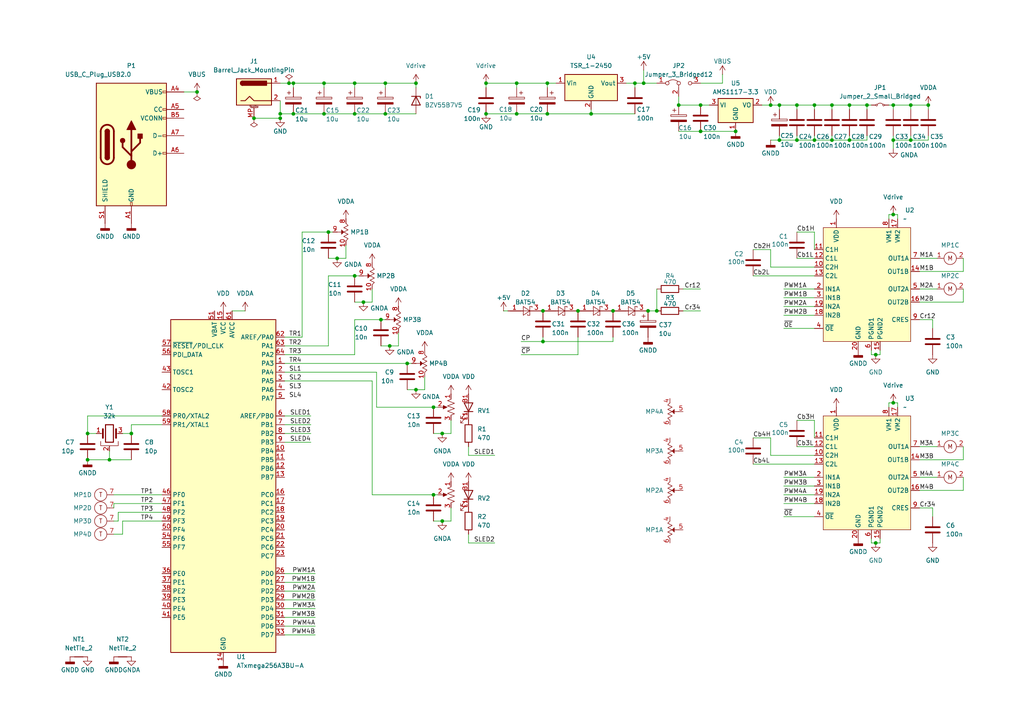
<source format=kicad_sch>
(kicad_sch (version 20250114) (generator "eeschema") (generator_version "9.0")
  (paper "A4")
  (junction (at 231.14 40.64))
  (junction (at 83.82 24.13))
  (junction (at 93.98 33.02))
  (junction (at 95.25 67.31))
  (junction (at 102.87 24.13))
  (junction (at 264.16 40.64))
  (junction (at 190.5 90.17))
  (junction (at 25.4 125.73))
  (junction (at 254 157.48))
  (junction (at 241.3 30.48))
  (junction (at 241.3 40.64))
  (junction (at 111.76 24.13))
  (junction (at 102.87 80.01))
  (junction (at 140.97 24.13))
  (junction (at 93.98 24.13))
  (junction (at 57.15 26.67))
  (junction (at 128.27 151.13))
  (junction (at 186.69 24.13))
  (junction (at 184.15 24.13))
  (junction (at 259.08 62.23))
  (junction (at 85.09 33.02))
  (junction (at 111.76 33.02))
  (junction (at 102.87 33.02))
  (junction (at 149.86 24.13))
  (junction (at 97.79 74.93))
  (junction (at 25.4 133.35))
  (junction (at 187.96 90.17))
  (junction (at 157.48 90.17))
  (junction (at 158.75 33.02))
  (junction (at 226.06 30.48))
  (junction (at 269.24 30.48))
  (junction (at 125.73 143.51))
  (junction (at 167.64 90.17))
  (junction (at 236.22 30.48))
  (junction (at 120.65 113.03))
  (junction (at 125.73 118.11))
  (junction (at 259.08 116.84))
  (junction (at 158.75 24.13))
  (junction (at 177.8 90.17))
  (junction (at 246.38 40.64))
  (junction (at 236.22 40.64))
  (junction (at 203.2 30.48))
  (junction (at 264.16 30.48))
  (junction (at 120.65 24.13))
  (junction (at 259.08 40.64))
  (junction (at 81.28 33.02))
  (junction (at 73.66 34.29))
  (junction (at 140.97 33.02))
  (junction (at 81.28 34.29))
  (junction (at 171.45 33.02))
  (junction (at 246.38 30.48))
  (junction (at 118.11 105.41))
  (junction (at 259.08 30.48))
  (junction (at 113.03 100.33))
  (junction (at 85.09 24.13))
  (junction (at 196.85 30.48))
  (junction (at 149.86 33.02))
  (junction (at 254 102.87))
  (junction (at 223.52 30.48))
  (junction (at 203.2 38.1))
  (junction (at 251.46 30.48))
  (junction (at 38.1 125.73))
  (junction (at 105.41 87.63))
  (junction (at 226.06 40.64))
  (junction (at 31.75 133.35))
  (junction (at 231.14 30.48))
  (junction (at 157.48 99.06))
  (junction (at 110.49 92.71))
  (junction (at 213.36 38.1))
  (junction (at 128.27 125.73))
  (wire (pts (xy 81.28 34.29) (xy 73.66 34.29)))
  (wire (pts (xy 123.19 113.03) (xy 123.19 109.22)))
  (wire (pts (xy 226.06 30.48) (xy 231.14 30.48)))
  (wire (pts (xy 226.06 40.64) (xy 231.14 40.64)))
  (wire (pts (xy 198.12 83.82) (xy 203.2 83.82)))
  (wire (pts (xy 149.86 33.02) (xy 158.75 33.02)))
  (wire (pts (xy 252.73 101.6) (xy 252.73 102.87)))
  (wire (pts (xy 218.44 72.39) (xy 223.52 72.39)))
  (wire (pts (xy 120.65 24.13) (xy 111.76 24.13)))
  (wire (pts (xy 85.09 33.02) (xy 93.98 33.02)))
  (wire (pts (xy 236.22 30.48) (xy 241.3 30.48)))
  (wire (pts (xy 203.2 30.48) (xy 205.74 30.48)))
  (wire (pts (xy 85.09 24.13) (xy 93.98 24.13)))
  (wire (pts (xy 130.81 151.13) (xy 130.81 147.32)))
  (wire (pts (xy 241.3 39.37) (xy 241.3 40.64)))
  (wire (pts (xy 231.14 74.93) (xy 236.22 74.93)))
  (wire (pts (xy 157.48 97.79) (xy 157.48 99.06)))
  (wire (pts (xy 266.7 92.71) (xy 270.51 92.71)))
  (wire (pts (xy 218.44 134.62) (xy 236.22 134.62)))
  (wire (pts (xy 90.17 123.19) (xy 82.55 123.19)))
  (wire (pts (xy 85.09 24.13) (xy 83.82 24.13)))
  (wire (pts (xy 186.69 20.32) (xy 186.69 24.13)))
  (wire (pts (xy 227.33 83.82) (xy 236.22 83.82)))
  (wire (pts (xy 227.33 95.25) (xy 236.22 95.25)))
  (wire (pts (xy 279.4 133.35) (xy 266.7 133.35)))
  (wire (pts (xy 25.4 120.65) (xy 25.4 125.73)))
  (wire (pts (xy 223.52 77.47) (xy 223.52 72.39)))
  (wire (pts (xy 269.24 30.48) (xy 269.24 31.75)))
  (wire (pts (xy 231.14 129.54) (xy 236.22 129.54)))
  (wire (pts (xy 254 102.87) (xy 255.27 102.87)))
  (wire (pts (xy 227.33 91.44) (xy 236.22 91.44)))
  (wire (pts (xy 146.05 90.17) (xy 147.32 90.17)))
  (wire (pts (xy 128.27 151.13) (xy 130.81 151.13)))
  (wire (pts (xy 255.27 102.87) (xy 255.27 101.6)))
  (wire (pts (xy 227.33 138.43) (xy 236.22 138.43)))
  (wire (pts (xy 231.14 30.48) (xy 236.22 30.48)))
  (wire (pts (xy 259.08 116.84) (xy 260.35 116.84)))
  (wire (pts (xy 81.28 29.21) (xy 81.28 33.02)))
  (wire (pts (xy 149.86 24.13) (xy 149.86 25.4)))
  (wire (pts (xy 198.12 90.17) (xy 203.2 90.17)))
  (wire (pts (xy 110.49 100.33) (xy 113.03 100.33)))
  (wire (pts (xy 266.7 129.54) (xy 271.78 129.54)))
  (wire (pts (xy 130.81 125.73) (xy 130.81 121.92)))
  (wire (pts (xy 25.4 125.73) (xy 27.94 125.73)))
  (wire (pts (xy 231.14 40.64) (xy 236.22 40.64)))
  (wire (pts (xy 266.7 74.93) (xy 271.78 74.93)))
  (wire (pts (xy 264.16 30.48) (xy 264.16 31.75)))
  (wire (pts (xy 231.14 67.31) (xy 236.22 67.31)))
  (wire (pts (xy 241.3 30.48) (xy 246.38 30.48)))
  (wire (pts (xy 97.79 74.93) (xy 100.33 74.93)))
  (wire (pts (xy 107.95 83.82) (xy 107.95 87.63)))
  (wire (pts (xy 266.7 138.43) (xy 271.78 138.43)))
  (wire (pts (xy 171.45 33.02) (xy 184.15 33.02)))
  (wire (pts (xy 259.08 30.48) (xy 259.08 31.75)))
  (wire (pts (xy 91.44 181.61) (xy 82.55 181.61)))
  (wire (pts (xy 120.65 24.13) (xy 120.65 25.4)))
  (wire (pts (xy 46.99 148.59) (xy 34.29 148.59)))
  (wire (pts (xy 95.25 80.01) (xy 102.87 80.01)))
  (wire (pts (xy 246.38 39.37) (xy 246.38 40.64)))
  (wire (pts (xy 259.08 40.64) (xy 259.08 43.18)))
  (wire (pts (xy 81.28 33.02) (xy 85.09 33.02)))
  (wire (pts (xy 111.76 92.71) (xy 110.49 92.71)))
  (wire (pts (xy 95.25 67.31) (xy 87.63 67.31)))
  (wire (pts (xy 125.73 125.73) (xy 128.27 125.73)))
  (wire (pts (xy 252.73 156.21) (xy 252.73 157.48)))
  (wire (pts (xy 118.11 113.03) (xy 120.65 113.03)))
  (wire (pts (xy 209.55 21.59) (xy 209.55 24.13)))
  (wire (pts (xy 35.56 151.13) (xy 35.56 154.94)))
  (wire (pts (xy 102.87 92.71) (xy 102.87 102.87)))
  (wire (pts (xy 186.69 24.13) (xy 190.5 24.13)))
  (wire (pts (xy 254 157.48) (xy 255.27 157.48)))
  (wire (pts (xy 246.38 30.48) (xy 251.46 30.48)))
  (wire (pts (xy 100.33 71.12) (xy 100.33 74.93)))
  (wire (pts (xy 33.02 146.05) (xy 33.02 147.32)))
  (wire (pts (xy 91.44 184.15) (xy 82.55 184.15)))
  (wire (pts (xy 257.81 63.5) (xy 257.81 62.23)))
  (wire (pts (xy 251.46 30.48) (xy 251.46 31.75)))
  (wire (pts (xy 220.98 30.48) (xy 223.52 30.48)))
  (wire (pts (xy 264.16 39.37) (xy 264.16 40.64)))
  (wire (pts (xy 223.52 132.08) (xy 236.22 132.08)))
  (wire (pts (xy 109.22 118.11) (xy 125.73 118.11)))
  (wire (pts (xy 93.98 24.13) (xy 102.87 24.13)))
  (wire (pts (xy 161.29 24.13) (xy 158.75 24.13)))
  (wire (pts (xy 236.22 40.64) (xy 241.3 40.64)))
  (wire (pts (xy 279.4 129.54) (xy 279.4 133.35)))
  (wire (pts (xy 171.45 33.02) (xy 171.45 31.75)))
  (wire (pts (xy 177.8 97.79) (xy 177.8 99.06)))
  (wire (pts (xy 82.55 97.79) (xy 87.63 97.79)))
  (wire (pts (xy 227.33 86.36) (xy 236.22 86.36)))
  (wire (pts (xy 226.06 40.64) (xy 226.06 39.37)))
  (wire (pts (xy 53.34 26.67) (xy 57.15 26.67)))
  (wire (pts (xy 91.44 171.45) (xy 82.55 171.45)))
  (wire (pts (xy 135.89 132.08) (xy 143.51 132.08)))
  (wire (pts (xy 149.86 24.13) (xy 140.97 24.13)))
  (wire (pts (xy 157.48 99.06) (xy 177.8 99.06)))
  (wire (pts (xy 218.44 127) (xy 223.52 127)))
  (wire (pts (xy 87.63 67.31) (xy 87.63 97.79)))
  (wire (pts (xy 269.24 39.37) (xy 269.24 40.64)))
  (wire (pts (xy 46.99 120.65) (xy 25.4 120.65)))
  (wire (pts (xy 227.33 146.05) (xy 236.22 146.05)))
  (wire (pts (xy 236.22 39.37) (xy 236.22 40.64)))
  (wire (pts (xy 140.97 33.02) (xy 149.86 33.02)))
  (wire (pts (xy 31.75 133.35) (xy 38.1 133.35)))
  (wire (pts (xy 158.75 24.13) (xy 149.86 24.13)))
  (wire (pts (xy 125.73 118.11) (xy 127 118.11)))
  (wire (pts (xy 279.4 78.74) (xy 266.7 78.74)))
  (wire (pts (xy 85.09 24.13) (xy 85.09 25.4)))
  (wire (pts (xy 71.12 90.17) (xy 67.31 90.17)))
  (wire (pts (xy 167.64 97.79) (xy 167.64 102.87)))
  (wire (pts (xy 118.11 105.41) (xy 119.38 105.41)))
  (wire (pts (xy 34.29 151.13) (xy 33.02 151.13)))
  (wire (pts (xy 102.87 80.01) (xy 104.14 80.01)))
  (wire (pts (xy 46.99 146.05) (xy 33.02 146.05)))
  (wire (pts (xy 135.89 157.48) (xy 143.51 157.48)))
  (wire (pts (xy 102.87 33.02) (xy 111.76 33.02)))
  (wire (pts (xy 231.14 39.37) (xy 231.14 40.64)))
  (wire (pts (xy 226.06 31.75) (xy 226.06 30.48)))
  (wire (pts (xy 91.44 179.07) (xy 82.55 179.07)))
  (wire (pts (xy 259.08 40.64) (xy 264.16 40.64)))
  (wire (pts (xy 264.16 30.48) (xy 259.08 30.48)))
  (wire (pts (xy 279.4 87.63) (xy 266.7 87.63)))
  (wire (pts (xy 266.7 147.32) (xy 270.51 147.32)))
  (wire (pts (xy 231.14 30.48) (xy 231.14 31.75)))
  (wire (pts (xy 260.35 116.84) (xy 260.35 118.11)))
  (wire (pts (xy 111.76 24.13) (xy 102.87 24.13)))
  (wire (pts (xy 111.76 33.02) (xy 120.65 33.02)))
  (wire (pts (xy 218.44 80.01) (xy 236.22 80.01)))
  (wire (pts (xy 252.73 102.87) (xy 254 102.87)))
  (wire (pts (xy 109.22 107.95) (xy 109.22 118.11)))
  (wire (pts (xy 209.55 24.13) (xy 203.2 24.13)))
  (wire (pts (xy 46.99 151.13) (xy 35.56 151.13)))
  (wire (pts (xy 91.44 166.37) (xy 82.55 166.37)))
  (wire (pts (xy 135.89 129.54) (xy 135.89 132.08)))
  (wire (pts (xy 33.02 143.51) (xy 46.99 143.51)))
  (wire (pts (xy 111.76 25.4) (xy 111.76 24.13)))
  (wire (pts (xy 151.13 99.06) (xy 157.48 99.06)))
  (wire (pts (xy 246.38 40.64) (xy 251.46 40.64)))
  (wire (pts (xy 93.98 24.13) (xy 93.98 25.4)))
  (wire (pts (xy 266.7 83.82) (xy 271.78 83.82)))
  (wire (pts (xy 252.73 157.48) (xy 254 157.48)))
  (wire (pts (xy 223.52 132.08) (xy 223.52 127)))
  (wire (pts (xy 82.55 173.99) (xy 91.44 173.99)))
  (wire (pts (xy 90.17 128.27) (xy 82.55 128.27)))
  (wire (pts (xy 279.4 83.82) (xy 279.4 87.63)))
  (wire (pts (xy 95.25 74.93) (xy 97.79 74.93)))
  (wire (pts (xy 82.55 100.33) (xy 95.25 100.33)))
  (wire (pts (xy 259.08 30.48) (xy 257.81 30.48)))
  (wire (pts (xy 25.4 133.35) (xy 31.75 133.35)))
  (wire (pts (xy 184.15 24.13) (xy 181.61 24.13)))
  (wire (pts (xy 38.1 123.19) (xy 38.1 125.73)))
  (wire (pts (xy 83.82 24.13) (xy 81.28 24.13)))
  (wire (pts (xy 105.41 87.63) (xy 107.95 87.63)))
  (wire (pts (xy 91.44 176.53) (xy 82.55 176.53)))
  (wire (pts (xy 223.52 30.48) (xy 226.06 30.48)))
  (wire (pts (xy 279.4 138.43) (xy 279.4 142.24)))
  (wire (pts (xy 90.17 125.73) (xy 82.55 125.73)))
  (wire (pts (xy 128.27 125.73) (xy 130.81 125.73)))
  (wire (pts (xy 223.52 77.47) (xy 236.22 77.47)))
  (wire (pts (xy 125.73 151.13) (xy 128.27 151.13)))
  (wire (pts (xy 82.55 107.95) (xy 109.22 107.95)))
  (wire (pts (xy 236.22 30.48) (xy 236.22 31.75)))
  (wire (pts (xy 125.73 143.51) (xy 127 143.51)))
  (wire (pts (xy 93.98 33.02) (xy 102.87 33.02)))
  (wire (pts (xy 82.55 105.41) (xy 118.11 105.41)))
  (wire (pts (xy 257.81 116.84) (xy 259.08 116.84)))
  (wire (pts (xy 34.29 148.59) (xy 34.29 151.13)))
  (wire (pts (xy 227.33 140.97) (xy 236.22 140.97)))
  (wire (pts (xy 257.81 62.23) (xy 259.08 62.23)))
  (wire (pts (xy 115.57 96.52) (xy 115.57 100.33)))
  (wire (pts (xy 140.97 24.13) (xy 140.97 25.4)))
  (wire (pts (xy 223.52 40.64) (xy 226.06 40.64)))
  (wire (pts (xy 259.08 62.23) (xy 260.35 62.23)))
  (wire (pts (xy 158.75 24.13) (xy 158.75 25.4)))
  (wire (pts (xy 264.16 40.64) (xy 269.24 40.64)))
  (wire (pts (xy 102.87 87.63) (xy 105.41 87.63)))
  (wire (pts (xy 110.49 92.71) (xy 102.87 92.71)))
  (wire (pts (xy 236.22 72.39) (xy 236.22 67.31)))
  (wire (pts (xy 31.75 130.81) (xy 31.75 133.35)))
  (wire (pts (xy 236.22 127) (xy 236.22 121.92)))
  (wire (pts (xy 269.24 30.48) (xy 264.16 30.48)))
  (wire (pts (xy 241.3 30.48) (xy 241.3 31.75)))
  (wire (pts (xy 255.27 157.48) (xy 255.27 156.21)))
  (wire (pts (xy 102.87 24.13) (xy 102.87 25.4)))
  (wire (pts (xy 246.38 30.48) (xy 246.38 31.75)))
  (wire (pts (xy 241.3 40.64) (xy 246.38 40.64)))
  (wire (pts (xy 196.85 38.1) (xy 203.2 38.1)))
  (wire (pts (xy 96.52 67.31) (xy 95.25 67.31)))
  (wire (pts (xy 81.28 33.02) (xy 81.28 34.29)))
  (wire (pts (xy 190.5 83.82) (xy 190.5 90.17)))
  (wire (pts (xy 135.89 154.94) (xy 135.89 157.48)))
  (wire (pts (xy 279.4 142.24) (xy 266.7 142.24)))
  (wire (pts (xy 279.4 74.93) (xy 279.4 78.74)))
  (wire (pts (xy 35.56 154.94) (xy 33.02 154.94)))
  (wire (pts (xy 184.15 24.13) (xy 186.69 24.13)))
  (wire (pts (xy 227.33 88.9) (xy 236.22 88.9)))
  (wire (pts (xy 90.17 120.65) (xy 82.55 120.65)))
  (wire (pts (xy 231.14 121.92) (xy 236.22 121.92)))
  (wire (pts (xy 259.08 39.37) (xy 259.08 40.64)))
  (wire (pts (xy 196.85 30.48) (xy 196.85 27.94)))
  (wire (pts (xy 184.15 24.13) (xy 184.15 25.4)))
  (wire (pts (xy 35.56 125.73) (xy 38.1 125.73)))
  (wire (pts (xy 82.55 102.87) (xy 102.87 102.87)))
  (wire (pts (xy 257.81 118.11) (xy 257.81 116.84)))
  (wire (pts (xy 91.44 168.91) (xy 82.55 168.91)))
  (wire (pts (xy 270.51 147.32) (xy 270.51 149.86)))
  (wire (pts (xy 203.2 38.1) (xy 213.36 38.1)))
  (wire (pts (xy 158.75 33.02) (xy 171.45 33.02)))
  (wire (pts (xy 151.13 102.87) (xy 167.64 102.87)))
  (wire (pts (xy 46.99 123.19) (xy 38.1 123.19)))
  (wire (pts (xy 82.55 110.49) (xy 107.95 110.49)))
  (wire (pts (xy 251.46 30.48) (xy 252.73 30.48)))
  (wire (pts (xy 196.85 30.48) (xy 203.2 30.48)))
  (wire (pts (xy 187.96 90.17) (xy 190.5 90.17)))
  (wire (pts (xy 251.46 39.37) (xy 251.46 40.64)))
  (wire (pts (xy 107.95 143.51) (xy 125.73 143.51)))
  (wire (pts (xy 227.33 149.86) (xy 236.22 149.86)))
  (wire (pts (xy 107.95 110.49) (xy 107.95 143.51)))
  (wire (pts (xy 227.33 143.51) (xy 236.22 143.51)))
  (wire (pts (xy 120.65 113.03) (xy 123.19 113.03)))
  (wire (pts (xy 95.25 80.01) (xy 95.25 100.33)))
  (wire (pts (xy 260.35 62.23) (xy 260.35 63.5)))
  (wire (pts (xy 270.51 92.71) (xy 270.51 95.25)))
  (wire (pts (xy 115.57 100.33) (xy 113.03 100.33)))
  (label "PWM4A" (at 227.33 143.51 0))
  (label "PWM4A" (at 91.44 181.61 180))
  (label "Cb4H" (at 218.44 127 0))
  (label "TR1" (at 83.82 97.79 0))
  (label "Cb1L" (at 231.14 74.93 0))
  (label "Cb2H" (at 218.44 72.39 0))
  (label "TP3" (at 44.45 148.59 180))
  (label "PWM2A" (at 227.33 88.9 0))
  (label "TR3" (at 83.82 102.87 0))
  (label "PWM3A" (at 91.44 176.53 180))
  (label "M1A" (at 266.7 74.93 0))
  (label "TR2" (at 83.82 100.33 0))
  (label "M3A" (at 266.7 129.54 0))
  (label "Cr12" (at 203.2 83.82 180))
  (label "~{CP}" (at 151.13 102.87 0))
  (label "~{OE}" (at 227.33 149.86 0))
  (label "Cb1H" (at 231.14 67.31 0))
  (label "SLED1" (at 143.51 132.08 180))
  (label "PWM1A" (at 227.33 83.82 0))
  (label "M4A" (at 266.7 138.43 0))
  (label "SLED1" (at 90.17 120.65 180))
  (label "TR4" (at 83.82 105.41 0))
  (label "SL1" (at 83.82 107.95 0))
  (label "Cr34" (at 266.7 147.32 0))
  (label "SLED2" (at 143.51 157.48 180))
  (label "Cr34" (at 203.2 90.17 180))
  (label "SL2" (at 83.82 110.49 0))
  (label "PWM1A" (at 91.44 166.37 180))
  (label "PWM3B" (at 227.33 140.97 0))
  (label "PWM3B" (at 91.44 179.07 180))
  (label "Cb2L" (at 218.44 80.01 0))
  (label "PWM1B" (at 227.33 86.36 0))
  (label "SLED3" (at 90.17 125.73 180))
  (label "Cb3L" (at 231.14 129.54 0))
  (label "Cb4L" (at 218.44 134.62 0))
  (label "PWM3A" (at 227.33 138.43 0))
  (label "M3B" (at 266.7 133.35 0))
  (label "~{OE}" (at 227.33 95.25 0))
  (label "PWM1B" (at 91.44 168.91 180))
  (label "PWM2A" (at 91.44 171.45 180))
  (label "TP1" (at 44.45 143.51 180))
  (label "SLED2" (at 90.17 123.19 180))
  (label "CP" (at 151.13 99.06 0))
  (label "PWM2B" (at 91.44 173.99 180))
  (label "PWM4B" (at 91.44 184.15 180))
  (label "PWM4B" (at 227.33 146.05 0))
  (label "Cb3H" (at 231.14 121.92 0))
  (label "TP4" (at 44.45 151.13 180))
  (label "SLED4" (at 90.17 128.27 180))
  (label "SL4" (at 83.82 115.57 0))
  (label "PWM2B" (at 227.33 91.44 0))
  (label "TP2" (at 44.45 146.05 180))
  (label "M2A" (at 266.7 83.82 0))
  (label "M1B" (at 266.7 78.74 0))
  (label "SL3" (at 83.82 113.03 0))
  (label "M4B" (at 266.7 142.24 0))
  (label "Cr12" (at 266.7 92.71 0))
  (label "M2B" (at 266.7 87.63 0))
  (symbol (lib_id "_MYLIBRARY:PSM01081A103B2") (at 194.31 153.67 0) (mirror x) (unit 1)
    (property "Reference" "MP1" (at 192.405 153.6699 0) (effects (justify right)))
    (property "Value" "PSM01082A103B2" (effects (hide yes)))
    (property "Footprint" "Connector_PinSocket_2.54mm:PinSocket_1x09_P2.54mm_Vertical" (effects (hide yes)))
    (property "Description" "Dual motorized potentiometer with touch" (effects (hide yes)))
  )
  (symbol (lib_id "power:+5V") (at 146.05 90.17 0) (unit 1)
    (property "Reference" "#PWR016" (effects (hide yes)))
    (property "Value" "+5V" (at 146.05 86.36 0))
    (property "Description" "Power symbol creates a global label with name \"+5V\"" (effects (hide yes)))
  )
  (symbol (lib_id "Device:C") (at 203.2 34.29 0) (unit 1)
    (property "Reference" "C30" (at 203.962 37.084 0) (effects (justify left)))
    (property "Value" "100n" (at 203.962 39.624 0) (effects (justify left)))
    (property "Footprint" "Capacitor_SMD:C_0603_1608Metric_Pad1.08x0.95mm_HandSolder" (effects (hide yes)))
    (property "Description" "Unpolarized capacitor" (effects (hide yes)))
  )
  (symbol (lib_id "power:GND") (at 254 102.87 0) (unit 1)
    (property "Reference" "#PWR02" (effects (hide yes)))
    (property "Value" "GND" (at 254 107.95 0))
    (property "Description" "Power symbol creates a global label with name \"GND\" , ground" (effects (hide yes)))
  )
  (symbol (lib_id "_MYLIBRARY:PSM01081A103B2") (at 29.21 147.32 0) (mirror x) (unit 4)
    (property "Reference" "MP2" (at 26.67 147.3199 0) (effects (justify right)))
    (property "Value" "PSM01082A103B2" (effects (hide yes)))
    (property "Footprint" "Connector_PinSocket_2.54mm:PinSocket_1x09_P2.54mm_Vertical" (effects (hide yes)))
    (property "Description" "Dual motorized potentiometer with touch" (effects (hide yes)))
  )
  (symbol (lib_id "_MYLIBRARY:PSM01081A103B2") (at 194.31 142.24 0) (mirror x) (unit 1)
    (property "Reference" "MP2" (at 192.405 142.2399 0) (effects (justify right)))
    (property "Value" "PSM01082A103B2" (effects (hide yes)))
    (property "Footprint" "Connector_PinSocket_2.54mm:PinSocket_1x09_P2.54mm_Vertical" (effects (hide yes)))
    (property "Description" "Dual motorized potentiometer with touch" (effects (hide yes)))
  )
  (symbol (lib_id "_MYLIBRARY:PSM01081A103B2") (at 107.95 80.01 0) (mirror y) (unit 2)
    (property "Reference" "MP2" (at 109.22 80.0099 0) (effects (justify right)))
    (property "Value" "PSM01082A103B2" (effects (hide yes)))
    (property "Footprint" "Connector_PinSocket_2.54mm:PinSocket_1x09_P2.54mm_Vertical" (effects (hide yes)))
    (property "Description" "Dual motorized potentiometer with touch" (effects (hide yes)))
  )
  (symbol (lib_id "_MYLIBRARY:PSM01081A103B2") (at 275.59 83.82 0) (unit 3)
    (property "Reference" "MP2" (at 275.59 80.01 0))
    (property "Value" "PSM01082A103B2" (effects (hide yes)))
    (property "Footprint" "Connector_PinSocket_2.54mm:PinSocket_1x09_P2.54mm_Vertical" (effects (hide yes)))
    (property "Description" "Dual motorized potentiometer with touch" (effects (hide yes)))
  )
  (symbol (lib_name "BAT54_1") (lib_id "_MYLIBRARY:BAT54") (at 182.88 90.17 0) (unit 1)
    (property "Reference" "D5" (at 182.88 85.09 0))
    (property "Value" "BAT54" (at 182.88 87.63 0))
    (property "Footprint" "Package_TO_SOT_SMD:SOT-323_SC-70" (effects (hide yes)))
    (property "Datasheet" "https://assets.nexperia.com/documents/data-sheet/BAT54W_SER.pdf" (effects (hide yes)))
    (property "Description" "Dual schottky barrier diode, common anode, SOT-323" (effects (hide yes)))
  )
  (symbol (lib_name "BAT54_1") (lib_id "_MYLIBRARY:BAT54") (at 162.56 90.17 0) (unit 1)
    (property "Reference" "D3" (at 162.56 85.09 0))
    (property "Value" "BAT54" (at 162.56 87.63 0))
    (property "Footprint" "Package_TO_SOT_SMD:SOT-323_SC-70" (effects (hide yes)))
    (property "Datasheet" "https://assets.nexperia.com/documents/data-sheet/BAT54W_SER.pdf" (effects (hide yes)))
    (property "Description" "Dual schottky barrier diode, common anode, SOT-323" (effects (hide yes)))
  )
  (symbol (lib_id "Jumper:Jumper_2_Small_Bridged") (at 255.27 30.48 0) (unit 1)
    (property "Reference" "JP1" (at 255.27 25.4 0))
    (property "Value" "Jumper_2_Small_Bridged" (at 255.27 27.94 0))
    (property "Footprint" "Jumper:SolderJumper-2_P1.3mm_Bridged_RoundedPad1.0x1.5mm" (effects (hide yes)))
    (property "Description" "Jumper, 2-pole, small symbol, bridged" (effects (hide yes)))
  )
  (symbol (lib_id "power:GNDD") (at 20.32 190.5 0) (unit 1)
    (property "Reference" "#PWR011" (effects (hide yes)))
    (property "Value" "GNDD" (at 20.32 194.31 0))
    (property "Description" "Power symbol creates a global label with name \"GNDD\" , digital ground" (effects (hide yes)))
  )
  (symbol (lib_id "power:GNDD") (at 223.52 40.64 0) (unit 1)
    (property "Reference" "#PWR046" (effects (hide yes)))
    (property "Value" "GNDD" (at 223.52 44.45 0))
    (property "Description" "Power symbol creates a global label with name \"GNDD\" , digital ground" (effects (hide yes)))
  )
  (symbol (lib_id "Device:C") (at 38.1 129.54 0) (unit 1)
    (property "Reference" "C8" (at 41.91 128.2699 0) (effects (justify left)))
    (property "Value" "10p" (at 41.91 130.8099 0) (effects (justify left)))
    (property "Footprint" "Capacitor_SMD:C_0603_1608Metric_Pad1.08x0.95mm_HandSolder" (effects (hide yes)))
    (property "Description" "Unpolarized capacitor" (effects (hide yes)))
  )
  (symbol (lib_id "power:PWR_FLAG") (at 73.66 34.29 180) (unit 1) (in_bom no) (on_board no)
    (property "Reference" "#FLG02" (effects (hide yes)))
    (property "Value" "PWR_FLAG" (effects (hide yes)))
    (property "Description" "Special symbol for telling ERC where power comes from" (effects (hide yes)))
  )
  (symbol (lib_id "power:+5V") (at 186.69 20.32 0) (unit 1)
    (property "Reference" "#PWR041" (effects (hide yes)))
    (property "Value" "+5V" (at 186.69 16.51 0))
    (property "Description" "Power symbol creates a global label with name \"+5V\"" (effects (hide yes)))
  )
  (symbol (lib_id "power:VDD") (at 242.57 63.5 0) (unit 1)
    (property "Reference" "#PWR09" (effects (hide yes)))
    (property "Value" "VDD" (at 242.57 58.42 0))
    (property "Description" "Power symbol creates a global label with name \"VDD\"" (effects (hide yes)))
  )
  (symbol (lib_id "Jumper:Jumper_3_Bridged12") (at 196.85 24.13 0) (unit 1) (in_bom no)
    (property "Reference" "JP2" (at 196.85 19.05 0))
    (property "Value" "Jumper_3_Bridged12" (at 196.85 21.59 0))
    (property "Footprint" "Jumper:SolderJumper-3_P1.3mm_Bridged12_RoundedPad1.0x1.5mm" (effects (hide yes)))
    (property "Description" "Jumper, 3-pole, pins 1+2 closed/bridged" (effects (hide yes)))
  )
  (symbol (lib_id "_MYLIBRARY:PSM01081A103B2") (at 194.31 130.81 0) (mirror x) (unit 1)
    (property "Reference" "MP3" (at 192.405 130.8099 0) (effects (justify right)))
    (property "Value" "PSM01082A103B2" (effects (hide yes)))
    (property "Footprint" "Connector_PinSocket_2.54mm:PinSocket_1x09_P2.54mm_Vertical" (effects (hide yes)))
    (property "Description" "Dual motorized potentiometer with touch" (effects (hide yes)))
  )
  (symbol (lib_id "power:GNDD") (at 30.48 64.77 0) (unit 1)
    (property "Reference" "#PWR06" (effects (hide yes)))
    (property "Value" "GNDD" (at 30.48 68.58 0))
    (property "Description" "Power symbol creates a global label with name \"GNDD\" , digital ground" (effects (hide yes)))
  )
  (symbol (lib_id "Device:C_Polarized") (at 85.09 29.21 0) (unit 1)
    (property "Reference" "C21" (at 85.598 32.004 0) (effects (justify left)))
    (property "Value" "10u" (at 85.598 34.544 0) (effects (justify left)))
    (property "Footprint" "Capacitor_SMD:C_0805_2012Metric_Pad1.18x1.45mm_HandSolder" (effects (hide yes)))
    (property "Description" "Polarized capacitor" (effects (hide yes)))
  )
  (symbol (lib_id "Device:NetTie_2") (at 22.86 190.5 0) (unit 1) (in_bom no)
    (property "Reference" "NT1" (at 22.86 185.42 0))
    (property "Value" "NetTie_2" (at 22.86 187.96 0))
    (property "Footprint" "NetTie:NetTie-2_SMD_Pad0.5mm" (effects (hide yes)))
    (property "Description" "Net tie, 2 pins" (effects (hide yes)))
  )
  (symbol (lib_id "Device:C") (at 95.25 71.12 0) (unit 1)
    (property "Reference" "C12" (at 91.44 69.8499 0) (effects (justify right)))
    (property "Value" "10n" (at 91.44 72.3899 0) (effects (justify right)))
    (property "Footprint" "Capacitor_SMD:C_0603_1608Metric_Pad1.08x0.95mm_HandSolder" (effects (hide yes)))
    (property "Description" "Unpolarized capacitor" (effects (hide yes)))
  )
  (symbol (lib_id "_MYLIBRARY:PTL30-10R0-103B2") (at 133.35 118.11 0) (mirror y) (unit 1)
    (property "Reference" "RV1" (at 138.43 119.1259 0) (effects (justify right)))
    (property "Value" "PTL30-10R0-103B2" (effects (hide yes)))
    (property "Footprint" "PTL6015G0103B2_SlidePotLED" (effects (hide yes)))
    (property "Description" "Slide potentiometer with LED" (effects (hide yes)))
  )
  (symbol (lib_id "power:Vdrive") (at 140.97 24.13 0) (unit 1)
    (property "Reference" "#PWR043" (effects (hide yes)))
    (property "Value" "Vdrive" (at 140.97 19.05 0))
    (property "Description" "Power symbol creates a global label with name \"Vdrive\"" (effects (hide yes)))
  )
  (symbol (lib_name "BAT54_1") (lib_id "_MYLIBRARY:BAT54") (at 152.4 90.17 0) (unit 1)
    (property "Reference" "D2" (at 152.4 85.09 0))
    (property "Value" "BAT54" (at 152.4 87.63 0))
    (property "Footprint" "Package_TO_SOT_SMD:SOT-323_SC-70" (effects (hide yes)))
    (property "Datasheet" "https://assets.nexperia.com/documents/data-sheet/BAT54W_SER.pdf" (effects (hide yes)))
    (property "Description" "Dual schottky barrier diode, common anode, SOT-323" (effects (hide yes)))
  )
  (symbol (lib_id "_MYLIBRARY:MPC17529") (at 251.46 135.89 0) (unit 1)
    (property "Reference" "U3" (at 262.4933 115.57 0) (effects (justify left)))
    (property "Value" "~" (at 262.4933 118.11 0))
    (property "Footprint" "HTSSOP-20-1EP_4.4x6.5mm_P0.65mm_EP3.4x6.5mm" (effects (hide yes)))
    (property "Description" "0.7A 7V Dual HBridge motor driver" (effects (hide yes)))
  )
  (symbol (lib_id "Device:C") (at 231.14 125.73 0) (unit 1)
    (property "Reference" "C5" (at 228.6 123.19 0) (effects (justify right)))
    (property "Value" "100n" (at 223.774 125.476 0) (effects (justify left)))
    (property "Footprint" "Capacitor_SMD:C_0603_1608Metric_Pad1.08x0.95mm_HandSolder" (effects (hide yes)))
    (property "Description" "Unpolarized capacitor" (effects (hide yes)))
  )
  (symbol (lib_id "power:GNDA") (at 259.08 43.18 0) (unit 1)
    (property "Reference" "#PWR050" (effects (hide yes)))
    (property "Value" "GNDA" (at 263.652 44.958 0))
    (property "Description" "Power symbol creates a global label with name \"GNDA\" , analog ground" (effects (hide yes)))
  )
  (symbol (lib_id "Device:C_Polarized") (at 226.06 35.56 0) (unit 1)
    (property "Reference" "C25" (at 226.314 39.37 0) (effects (justify left)))
    (property "Value" "10u" (at 226.314 41.91 0) (effects (justify left)))
    (property "Footprint" "Capacitor_SMD:C_0805_2012Metric_Pad1.18x1.45mm_HandSolder" (effects (hide yes)))
    (property "Description" "Polarized capacitor" (effects (hide yes)))
  )
  (symbol (lib_id "Device:C") (at 140.97 29.21 0) (mirror y) (unit 1)
    (property "Reference" "C19" (at 139.446 31.8771 0) (effects (justify left)))
    (property "Value" "100n" (at 139.446 34.4171 0) (effects (justify left)))
    (property "Footprint" "Capacitor_SMD:C_0603_1608Metric_Pad1.08x0.95mm_HandSolder" (effects (hide yes)))
    (property "Description" "Unpolarized capacitor" (effects (hide yes)))
  )
  (symbol (lib_id "_MYLIBRARY:PSM01081A103B2") (at 29.21 151.13 0) (unit 4)
    (property "Reference" "MP3" (at 26.67 151.1299 0) (effects (justify right)))
    (property "Value" "PSM01082A103B2" (effects (hide yes)))
    (property "Footprint" "Connector_PinSocket_2.54mm:PinSocket_1x09_P2.54mm_Vertical" (effects (hide yes)))
    (property "Description" "Dual motorized potentiometer with touch" (effects (hide yes)))
  )
  (symbol (lib_id "power:Vdrive") (at 120.65 24.13 0) (unit 1)
    (property "Reference" "#PWR044" (effects (hide yes)))
    (property "Value" "Vdrive" (at 120.65 19.05 0))
    (property "Description" "Power symbol creates a global label with name \"Vdrive\"" (effects (hide yes)))
  )
  (symbol (lib_id "_MYLIBRARY:MPC17529") (at 251.46 81.28 0) (unit 1)
    (property "Reference" "U2" (at 262.4933 60.96 0) (effects (justify left)))
    (property "Value" "~" (at 262.4933 63.5 0))
    (property "Footprint" "HTSSOP-20-1EP_4.4x6.5mm_P0.65mm_EP3.4x6.5mm" (effects (hide yes)))
    (property "Description" "0.7A 7V Dual HBridge motor driver" (effects (hide yes)))
  )
  (symbol (lib_id "_MYLIBRARY:PSM01081A103B2") (at 115.57 92.71 0) (mirror y) (unit 2)
    (property "Reference" "MP3" (at 116.84 92.7099 0) (effects (justify right)))
    (property "Value" "PSM01082A103B2" (effects (hide yes)))
    (property "Footprint" "Connector_PinSocket_2.54mm:PinSocket_1x09_P2.54mm_Vertical" (effects (hide yes)))
    (property "Description" "Dual motorized potentiometer with touch" (effects (hide yes)))
  )
  (symbol (lib_id "power:VDDA") (at 130.81 114.3 0) (unit 1)
    (property "Reference" "#PWR033" (effects (hide yes)))
    (property "Value" "VDDA" (at 130.81 109.22 0))
    (property "Description" "Power symbol creates a global label with name \"VDDA\"" (effects (hide yes)))
  )
  (symbol (lib_id "power:VDDA") (at 100.33 63.5 0) (unit 1)
    (property "Reference" "#PWR010" (effects (hide yes)))
    (property "Value" "VDDA" (at 100.33 58.42 0))
    (property "Description" "Power symbol creates a global label with name \"VDDA\"" (effects (hide yes)))
  )
  (symbol (lib_id "Device:C") (at 125.73 121.92 0) (unit 1)
    (property "Reference" "C13" (at 121.92 120.6499 0) (effects (justify right)))
    (property "Value" "10n" (at 121.92 123.1899 0) (effects (justify right)))
    (property "Footprint" "Capacitor_SMD:C_0603_1608Metric_Pad1.08x0.95mm_HandSolder" (effects (hide yes)))
    (property "Description" "Unpolarized capacitor" (effects (hide yes)))
  )
  (symbol (lib_id "Device:C") (at 157.48 93.98 0) (unit 1)
    (property "Reference" "C31" (at 160.02 93.98 0) (effects (justify left)))
    (property "Value" "100n" (at 160.02 96.52 0) (effects (justify left)))
    (property "Footprint" "Capacitor_SMD:C_0603_1608Metric_Pad1.08x0.95mm_HandSolder" (effects (hide yes)))
    (property "Description" "Unpolarized capacitor" (effects (hide yes)))
  )
  (symbol (lib_id "_MYLIBRARY:PSM01081A103B2") (at 29.21 154.94 0) (unit 4)
    (property "Reference" "MP4" (at 26.67 154.9399 0) (effects (justify right)))
    (property "Value" "PSM01082A103B2" (effects (hide yes)))
    (property "Footprint" "Connector_PinSocket_2.54mm:PinSocket_1x09_P2.54mm_Vertical" (effects (hide yes)))
    (property "Description" "Dual motorized potentiometer with touch" (effects (hide yes)))
  )
  (symbol (lib_id "_MYLIBRARY:PSM01081A103B2") (at 194.31 119.38 0) (mirror x) (unit 1)
    (property "Reference" "MP4" (at 192.405 119.3799 0) (effects (justify right)))
    (property "Value" "PSM01082A103B2" (effects (hide yes)))
    (property "Footprint" "Connector_PinSocket_2.54mm:PinSocket_1x09_P2.54mm_Vertical" (effects (hide yes)))
    (property "Description" "Dual motorized potentiometer with touch" (effects (hide yes)))
  )
  (symbol (lib_id "_MYLIBRARY:PSM01081A103B2") (at 123.19 105.41 0) (mirror y) (unit 2)
    (property "Reference" "MP4" (at 124.46 105.4099 0) (effects (justify right)))
    (property "Value" "PSM01082A103B2" (effects (hide yes)))
    (property "Footprint" "Connector_PinSocket_2.54mm:PinSocket_1x09_P2.54mm_Vertical" (effects (hide yes)))
    (property "Description" "Dual motorized potentiometer with touch" (effects (hide yes)))
  )
  (symbol (lib_id "_MYLIBRARY:PSM01081A103B2") (at 275.59 138.43 0) (unit 3)
    (property "Reference" "MP4" (at 275.59 134.62 0))
    (property "Value" "PSM01082A103B2" (effects (hide yes)))
    (property "Footprint" "Connector_PinSocket_2.54mm:PinSocket_1x09_P2.54mm_Vertical" (effects (hide yes)))
    (property "Description" "Dual motorized potentiometer with touch" (effects (hide yes)))
  )
  (symbol (lib_id "power:VDDA") (at 107.95 76.2 0) (unit 1)
    (property "Reference" "#PWR017" (effects (hide yes)))
    (property "Value" "VDDA" (at 107.95 71.12 0))
    (property "Description" "Power symbol creates a global label with name \"VDDA\"" (effects (hide yes)))
  )
  (symbol (lib_id "power:VDD") (at 64.77 90.17 0) (unit 1)
    (property "Reference" "#PWR031" (effects (hide yes)))
    (property "Value" "VDD" (at 64.77 85.09 0))
    (property "Description" "Power symbol creates a global label with name \"VDD\"" (effects (hide yes)))
  )
  (symbol (lib_id "Device:R") (at 135.89 151.13 0) (unit 1)
    (property "Reference" "R2" (at 138.43 149.8599 0) (effects (justify left)))
    (property "Value" "470" (at 138.43 152.3999 0) (effects (justify left)))
    (property "Footprint" "Resistor_SMD:R_0603_1608Metric_Pad0.98x0.95mm_HandSolder" (effects (hide yes)))
    (property "Description" "Resistor" (effects (hide yes)))
  )
  (symbol (lib_id "power:PWR_FLAG") (at 83.82 24.13 0) (unit 1) (in_bom no) (on_board no)
    (property "Reference" "#FLG03" (effects (hide yes)))
    (property "Value" "PWR_FLAG" (effects (hide yes)))
    (property "Description" "Special symbol for telling ERC where power comes from" (effects (hide yes)))
  )
  (symbol (lib_id "power:GND") (at 25.4 190.5 0) (unit 1)
    (property "Reference" "#PWR012" (effects (hide yes)))
    (property "Value" "GND" (at 25.4 194.31 0))
    (property "Description" "Power symbol creates a global label with name \"GND\" , ground" (effects (hide yes)))
  )
  (symbol (lib_id "Device:C") (at 125.73 147.32 0) (unit 1)
    (property "Reference" "C14" (at 121.92 146.0499 0) (effects (justify right)))
    (property "Value" "10n" (at 121.92 148.5899 0) (effects (justify right)))
    (property "Footprint" "Capacitor_SMD:C_0603_1608Metric_Pad1.08x0.95mm_HandSolder" (effects (hide yes)))
    (property "Description" "Unpolarized capacitor" (effects (hide yes)))
  )
  (symbol (lib_id "power:GNDD") (at 248.92 101.6 0) (unit 1)
    (property "Reference" "#PWR04" (effects (hide yes)))
    (property "Value" "GNDD" (at 248.92 105.41 0))
    (property "Description" "Power symbol creates a global label with name \"GNDD\" , digital ground" (effects (hide yes)))
  )
  (symbol (lib_id "power:GND") (at 270.51 157.48 0) (unit 1)
    (property "Reference" "#PWR026" (effects (hide yes)))
    (property "Value" "GND" (at 270.51 162.56 0))
    (property "Description" "Power symbol creates a global label with name \"GND\" , ground" (effects (hide yes)))
  )
  (symbol (lib_id "_MYLIBRARY:PSM01081A103B2") (at 29.21 143.51 0) (mirror x) (unit 4)
    (property "Reference" "MP1" (at 26.67 143.5099 0) (effects (justify right)))
    (property "Value" "PSM01082A103B2" (effects (hide yes)))
    (property "Footprint" "Connector_PinSocket_2.54mm:PinSocket_1x09_P2.54mm_Vertical" (effects (hide yes)))
    (property "Description" "Dual motorized potentiometer with touch" (effects (hide yes)))
  )
  (symbol (lib_id "Device:R") (at 194.31 83.82 90) (unit 1)
    (property "Reference" "R4" (at 194.31 80.01 90))
    (property "Value" "470" (at 194.31 81.788 90))
    (property "Footprint" "Resistor_SMD:R_0603_1608Metric_Pad0.98x0.95mm_HandSolder" (effects (hide yes)))
    (property "Description" "Resistor" (effects (hide yes)))
  )
  (symbol (lib_id "Device:C") (at 184.15 29.21 0) (unit 1)
    (property "Reference" "C17" (at 184.658 31.75 0) (effects (justify left)))
    (property "Value" "100n" (at 184.658 34.29 0) (effects (justify left)))
    (property "Footprint" "Capacitor_SMD:C_0603_1608Metric_Pad1.08x0.95mm_HandSolder" (effects (hide yes)))
    (property "Description" "Unpolarized capacitor" (effects (hide yes)))
  )
  (symbol (lib_id "power:GNDA") (at 105.41 87.63 0) (unit 1)
    (property "Reference" "#PWR018" (effects (hide yes)))
    (property "Value" "GNDA" (at 109.982 89.408 0))
    (property "Description" "Power symbol creates a global label with name \"GNDA\" , analog ground" (effects (hide yes)))
  )
  (symbol (lib_id "power:GNDA") (at 113.03 100.33 0) (unit 1)
    (property "Reference" "#PWR032" (effects (hide yes)))
    (property "Value" "GNDA" (at 117.602 102.108 0))
    (property "Description" "Power symbol creates a global label with name \"GNDA\" , analog ground" (effects (hide yes)))
  )
  (symbol (lib_id "Device:C") (at 270.51 153.67 0) (unit 1)
    (property "Reference" "C6" (at 274.32 152.3999 0) (effects (justify left)))
    (property "Value" "100n" (at 274.32 154.9399 0) (effects (justify left)))
    (property "Footprint" "Capacitor_SMD:C_0603_1608Metric_Pad1.08x0.95mm_HandSolder" (effects (hide yes)))
    (property "Description" "Unpolarized capacitor" (effects (hide yes)))
  )
  (symbol (lib_id "Device:C_Polarized") (at 187.96 93.98 0) (unit 1)
    (property "Reference" "C37" (at 191.008 94.234 0) (effects (justify left)))
    (property "Value" "10u" (at 191.008 96.774 0) (effects (justify left)))
    (property "Footprint" "Capacitor_SMD:C_0805_2012Metric_Pad1.18x1.45mm_HandSolder" (effects (hide yes)))
    (property "Description" "Polarized capacitor" (effects (hide yes)))
  )
  (symbol (lib_id "Device:C_Polarized") (at 102.87 29.21 0) (unit 1)
    (property "Reference" "C22" (at 103.378 32.004 0) (effects (justify left)))
    (property "Value" "10u" (at 103.378 34.544 0) (effects (justify left)))
    (property "Footprint" "Capacitor_SMD:C_0805_2012Metric_Pad1.18x1.45mm_HandSolder" (effects (hide yes)))
    (property "Description" "Polarized capacitor" (effects (hide yes)))
  )
  (symbol (lib_id "Device:C") (at 110.49 96.52 0) (unit 1)
    (property "Reference" "C10" (at 106.68 95.2499 0) (effects (justify right)))
    (property "Value" "10n" (at 106.68 97.7899 0) (effects (justify right)))
    (property "Footprint" "Capacitor_SMD:C_0603_1608Metric_Pad1.08x0.95mm_HandSolder" (effects (hide yes)))
    (property "Description" "Unpolarized capacitor" (effects (hide yes)))
  )
  (symbol (lib_id "Device:C") (at 118.11 109.22 0) (unit 1)
    (property "Reference" "C9" (at 114.3 107.9499 0) (effects (justify right)))
    (property "Value" "10n" (at 114.3 110.4899 0) (effects (justify right)))
    (property "Footprint" "Capacitor_SMD:C_0603_1608Metric_Pad1.08x0.95mm_HandSolder" (effects (hide yes)))
    (property "Description" "Unpolarized capacitor" (effects (hide yes)))
  )
  (symbol (lib_id "power:PWR_FLAG") (at 57.15 26.67 180) (unit 1) (in_bom no) (on_board no)
    (property "Reference" "#FLG01" (effects (hide yes)))
    (property "Value" "PWR_FLAG" (effects (hide yes)))
    (property "Description" "Special symbol for telling ERC where power comes from" (effects (hide yes)))
  )
  (symbol (lib_id "Diode:BZV55B7V5") (at 120.65 29.21 270) (unit 1)
    (property "Reference" "D1" (at 123.19 27.9399 90) (effects (justify left)))
    (property "Value" "BZV55B7V5" (at 123.19 30.4799 90) (effects (justify left)))
    (property "Footprint" "Diode_SMD:D_MiniMELF" (effects (hide yes)))
    (property "Datasheet" "https://assets.nexperia.com/documents/data-sheet/BZV55_SER.pdf" (effects (hide yes)))
    (property "Description" "7.5V, 500mW, 2%, Zener diode, MiniMELF" (effects (hide yes)))
  )
  (symbol (lib_id "power:GND") (at 140.97 33.02 0) (unit 1)
    (property "Reference" "#PWR039" (effects (hide yes)))
    (property "Value" "GND" (at 140.97 36.83 0))
    (property "Description" "Power symbol creates a global label with name \"GND\" , ground" (effects (hide yes)))
  )
  (symbol (lib_id "Device:R") (at 194.31 90.17 90) (unit 1)
    (property "Reference" "R3" (at 194.31 86.36 90))
    (property "Value" "470" (at 194.31 88.138 90))
    (property "Footprint" "Resistor_SMD:R_0603_1608Metric_Pad0.98x0.95mm_HandSolder" (effects (hide yes)))
    (property "Description" "Resistor" (effects (hide yes)))
  )
  (symbol (lib_id "Device:C") (at 218.44 130.81 0) (unit 1)
    (property "Reference" "C4" (at 215.646 128.27 0) (effects (justify right)))
    (property "Value" "100n" (at 211.074 130.556 0) (effects (justify left)))
    (property "Footprint" "Capacitor_SMD:C_0603_1608Metric_Pad1.08x0.95mm_HandSolder" (effects (hide yes)))
    (property "Description" "Unpolarized capacitor" (effects (hide yes)))
  )
  (symbol (lib_id "MCU_Microchip_ATmega:ATxmega256A3BU-A") (at 64.77 140.97 0) (unit 1)
    (property "Reference" "U1" (at 68.58 190.5 0) (effects (justify left)))
    (property "Value" "ATxmega256A3BU-A" (at 68.58 193.04 0) (effects (justify left)))
    (property "Footprint" "Package_QFP:TQFP-64_14x14mm_P0.8mm" (effects (hide yes)))
    (property "Datasheet" "http://ww1.microchip.com/downloads/en/DeviceDoc/Atmel-8362-8-and-16bit-AVR-microcontroller-ATxmega256A3BU_datasheet.pdf" (effects (hide yes)))
    (property "Description" "32MHz, 256kB Flash, 8kB Boot, 16kB SRAM, 4kB EEPROM, JTAG, USB, TQFP-64" (effects (hide yes)))
  )
  (symbol (lib_id "Device:C") (at 102.87 83.82 0) (unit 1)
    (property "Reference" "C11" (at 99.06 82.5499 0) (effects (justify right)))
    (property "Value" "10n" (at 99.06 85.0899 0) (effects (justify right)))
    (property "Footprint" "Capacitor_SMD:C_0603_1608Metric_Pad1.08x0.95mm_HandSolder" (effects (hide yes)))
    (property "Description" "Unpolarized capacitor" (effects (hide yes)))
  )
  (symbol (lib_id "power:GNDD") (at 25.4 133.35 0) (unit 1)
    (property "Reference" "#PWR029" (effects (hide yes)))
    (property "Value" "GNDD" (at 25.4 137.16 0))
    (property "Description" "Power symbol creates a global label with name \"GNDD\" , digital ground" (effects (hide yes)))
  )
  (symbol (lib_id "power:GNDD") (at 33.02 190.5 0) (unit 1)
    (property "Reference" "#PWR013" (effects (hide yes)))
    (property "Value" "GNDD" (at 33.02 194.31 0))
    (property "Description" "Power symbol creates a global label with name \"GNDD\" , digital ground" (effects (hide yes)))
  )
  (symbol (lib_id "power:VDDA") (at 130.81 139.7 0) (unit 1)
    (property "Reference" "#PWR036" (effects (hide yes)))
    (property "Value" "VDDA" (at 130.81 134.62 0))
    (property "Description" "Power symbol creates a global label with name \"VDDA\"" (effects (hide yes)))
  )
  (symbol (lib_name "BAT54_1") (lib_id "_MYLIBRARY:BAT54") (at 172.72 90.17 0) (unit 1)
    (property "Reference" "D4" (at 172.72 85.09 0))
    (property "Value" "BAT54" (at 172.72 87.63 0))
    (property "Footprint" "Package_TO_SOT_SMD:SOT-323_SC-70" (effects (hide yes)))
    (property "Datasheet" "https://assets.nexperia.com/documents/data-sheet/BAT54W_SER.pdf" (effects (hide yes)))
    (property "Description" "Dual schottky barrier diode, common anode, SOT-323" (effects (hide yes)))
  )
  (symbol (lib_id "Device:C_Polarized") (at 149.86 29.21 0) (mirror y) (unit 1)
    (property "Reference" "C18" (at 148.59 31.75 0) (effects (justify left)))
    (property "Value" "10u" (at 148.59 34.29 0) (effects (justify left)))
    (property "Footprint" "Capacitor_SMD:C_0805_2012Metric_Pad1.18x1.45mm_HandSolder" (effects (hide yes)))
    (property "Description" "Polarized capacitor" (effects (hide yes)))
  )
  (symbol (lib_id "Connector:Barrel_Jack_MountingPin") (at 73.66 26.67 0) (unit 1)
    (property "Reference" "J1" (at 73.66 17.78 0))
    (property "Value" "Barrel_Jack_MountingPin" (at 73.66 20.32 0))
    (property "Footprint" "Connector_BarrelJack:BarrelJack_Horizontal" (effects (hide yes)))
    (property "Description" "DC Barrel Jack with a mounting pin" (effects (hide yes)))
  )
  (symbol (lib_id "power:VDDA") (at 71.12 90.17 0) (unit 1)
    (property "Reference" "#PWR030" (effects (hide yes)))
    (property "Value" "VDDA" (at 71.12 85.09 0))
    (property "Description" "Power symbol creates a global label with name \"VDDA\"" (effects (hide yes)))
  )
  (symbol (lib_id "Device:C") (at 264.16 35.56 0) (unit 1)
    (property "Reference" "C34" (at 264.668 39.624 0) (effects (justify left)))
    (property "Value" "100n" (at 264.668 42.164 0) (effects (justify left)))
    (property "Footprint" "Capacitor_SMD:C_0603_1608Metric_Pad1.08x0.95mm_HandSolder" (effects (hide yes)))
    (property "Description" "Unpolarized capacitor" (effects (hide yes)))
  )
  (symbol (lib_id "power:GNDA") (at 120.65 113.03 0) (unit 1)
    (property "Reference" "#PWR028" (effects (hide yes)))
    (property "Value" "GNDA" (at 124.968 115.062 0))
    (property "Description" "Power symbol creates a global label with name \"GNDA\" , analog ground" (effects (hide yes)))
  )
  (symbol (lib_id "Device:C") (at 218.44 76.2 0) (unit 1)
    (property "Reference" "C2" (at 215.646 73.66 0) (effects (justify right)))
    (property "Value" "100n" (at 211.074 75.946 0) (effects (justify left)))
    (property "Footprint" "Capacitor_SMD:C_0603_1608Metric_Pad1.08x0.95mm_HandSolder" (effects (hide yes)))
    (property "Description" "Unpolarized capacitor" (effects (hide yes)))
  )
  (symbol (lib_id "power:VDD") (at 135.89 139.7 0) (unit 1)
    (property "Reference" "#PWR037" (effects (hide yes)))
    (property "Value" "VDD" (at 135.89 134.62 0))
    (property "Description" "Power symbol creates a global label with name \"VDD\"" (effects (hide yes)))
  )
  (symbol (lib_id "power:GNDD") (at 213.36 38.1 0) (unit 1)
    (property "Reference" "#PWR047" (effects (hide yes)))
    (property "Value" "GNDD" (at 213.36 41.91 0))
    (property "Description" "Power symbol creates a global label with name \"GNDD\" , digital ground" (effects (hide yes)))
  )
  (symbol (lib_id "Device:C") (at 167.64 93.98 0) (unit 1)
    (property "Reference" "C32" (at 170.18 93.98 0) (effects (justify left)))
    (property "Value" "100n" (at 170.18 96.52 0) (effects (justify left)))
    (property "Footprint" "Capacitor_SMD:C_0603_1608Metric_Pad1.08x0.95mm_HandSolder" (effects (hide yes)))
    (property "Description" "Unpolarized capacitor" (effects (hide yes)))
  )
  (symbol (lib_id "Device:C") (at 269.24 35.56 0) (unit 1)
    (property "Reference" "C35" (at 269.748 39.624 0) (effects (justify left)))
    (property "Value" "100n" (at 269.748 42.164 0) (effects (justify left)))
    (property "Footprint" "Capacitor_SMD:C_0603_1608Metric_Pad1.08x0.95mm_HandSolder" (effects (hide yes)))
    (property "Description" "Unpolarized capacitor" (effects (hide yes)))
  )
  (symbol (lib_id "Device:C") (at 231.14 71.12 0) (unit 1)
    (property "Reference" "C1" (at 228.6 68.58 0) (effects (justify right)))
    (property "Value" "100n" (at 223.774 70.866 0) (effects (justify left)))
    (property "Footprint" "Capacitor_SMD:C_0603_1608Metric_Pad1.08x0.95mm_HandSolder" (effects (hide yes)))
    (property "Description" "Unpolarized capacitor" (effects (hide yes)))
  )
  (symbol (lib_id "Device:C") (at 270.51 99.06 0) (unit 1)
    (property "Reference" "C3" (at 274.32 97.7899 0) (effects (justify left)))
    (property "Value" "100n" (at 274.32 100.3299 0) (effects (justify left)))
    (property "Footprint" "Capacitor_SMD:C_0603_1608Metric_Pad1.08x0.95mm_HandSolder" (effects (hide yes)))
    (property "Description" "Unpolarized capacitor" (effects (hide yes)))
  )
  (symbol (lib_id "Device:Crystal_GND2") (at 31.75 125.73 0) (unit 1)
    (property "Reference" "Y1" (at 31.75 118.11 0))
    (property "Value" "32k" (at 31.75 120.65 0))
    (property "Footprint" "Crystal:Crystal_C26-LF_D2.1mm_L6.5mm_Horizontal_1EP_style1" (effects (hide yes)))
    (property "Description" "Three pin crystal, GND on pin 2" (effects (hide yes)))
  )
  (symbol (lib_id "power:GND") (at 254 157.48 0) (unit 1)
    (property "Reference" "#PWR024" (effects (hide yes)))
    (property "Value" "GND" (at 254 162.56 0))
    (property "Description" "Power symbol creates a global label with name \"GND\" , ground" (effects (hide yes)))
  )
  (symbol (lib_id "power:VDD") (at 242.57 118.11 0) (unit 1)
    (property "Reference" "#PWR022" (effects (hide yes)))
    (property "Value" "VDD" (at 242.57 113.03 0))
    (property "Description" "Power symbol creates a global label with name \"VDD\"" (effects (hide yes)))
  )
  (symbol (lib_id "power:GNDA") (at 128.27 125.73 0) (unit 1)
    (property "Reference" "#PWR021" (effects (hide yes)))
    (property "Value" "GNDA" (at 128.27 130.81 0))
    (property "Description" "Power symbol creates a global label with name \"GNDA\" , analog ground" (effects (hide yes)))
  )
  (symbol (lib_id "_MYLIBRARY:PSM01081A103B2") (at 275.59 74.93 0) (unit 3)
    (property "Reference" "MP1" (at 275.59 71.12 0))
    (property "Value" "PSM01082A103B2" (effects (hide yes)))
    (property "Footprint" "Connector_PinSocket_2.54mm:PinSocket_1x09_P2.54mm_Vertical" (effects (hide yes)))
    (property "Description" "Dual motorized potentiometer with touch" (effects (hide yes)))
  )
  (symbol (lib_id "power:VDDA") (at 115.57 88.9 0) (unit 1)
    (property "Reference" "#PWR020" (effects (hide yes)))
    (property "Value" "VDDA" (at 115.57 83.82 0))
    (property "Description" "Power symbol creates a global label with name \"VDDA\"" (effects (hide yes)))
  )
  (symbol (lib_id "Connector:USB_C_Plug_USB2.0") (at 38.1 41.91 0) (unit 1)
    (property "Reference" "P1" (at 38.1 19.05 0))
    (property "Value" "USB_C_Plug_USB2.0" (at 38.1 21.59 0) (effects (justify right)))
    (property "Footprint" "Connector_USB:USB_C_Receptacle_GCT_USB4125-xx-x-0190_6P_TopMnt_Horizontal" (effects (hide yes)))
    (property "Datasheet" "https://www.usb.org/sites/default/files/documents/usb_type-c.zip" (effects (hide yes)))
    (property "Description" "USB 2.0-only Type-C Plug connector" (effects (hide yes)))
  )
  (symbol (lib_id "power:GNDA") (at 97.79 74.93 0) (unit 1)
    (property "Reference" "#PWR01" (effects (hide yes)))
    (property "Value" "GNDA" (at 102.362 76.708 0))
    (property "Description" "Power symbol creates a global label with name \"GNDA\" , analog ground" (effects (hide yes)))
  )
  (symbol (lib_id "power:Vdrive") (at 259.08 62.23 0) (unit 1)
    (property "Reference" "#PWR08" (effects (hide yes)))
    (property "Value" "Vdrive" (at 259.08 57.15 0))
    (property "Description" "Power symbol creates a global label with name \"Vdrive\"" (effects (hide yes)))
  )
  (symbol (lib_id "Device:C") (at 251.46 35.56 0) (unit 1)
    (property "Reference" "C29" (at 251.968 39.624 0) (effects (justify left)))
    (property "Value" "100n" (at 251.968 42.164 0) (effects (justify left)))
    (property "Footprint" "Capacitor_SMD:C_0603_1608Metric_Pad1.08x0.95mm_HandSolder" (effects (hide yes)))
    (property "Description" "Unpolarized capacitor" (effects (hide yes)))
  )
  (symbol (lib_id "Device:C") (at 241.3 35.56 0) (unit 1)
    (property "Reference" "C27" (at 241.808 39.624 0) (effects (justify left)))
    (property "Value" "100n" (at 241.808 42.164 0) (effects (justify left)))
    (property "Footprint" "Capacitor_SMD:C_0603_1608Metric_Pad1.08x0.95mm_HandSolder" (effects (hide yes)))
    (property "Description" "Unpolarized capacitor" (effects (hide yes)))
  )
  (symbol (lib_id "power:GNDA") (at 128.27 151.13 0) (unit 1)
    (property "Reference" "#PWR035" (effects (hide yes)))
    (property "Value" "GNDA" (at 128.27 156.21 0))
    (property "Description" "Power symbol creates a global label with name \"GNDA\" , analog ground" (effects (hide yes)))
  )
  (symbol (lib_id "Device:C") (at 246.38 35.56 0) (unit 1)
    (property "Reference" "C28" (at 246.888 39.624 0) (effects (justify left)))
    (property "Value" "100n" (at 246.888 42.164 0) (effects (justify left)))
    (property "Footprint" "Capacitor_SMD:C_0603_1608Metric_Pad1.08x0.95mm_HandSolder" (effects (hide yes)))
    (property "Description" "Unpolarized capacitor" (effects (hide yes)))
  )
  (symbol (lib_id "power:GND") (at 270.51 102.87 0) (unit 1)
    (property "Reference" "#PWR019" (effects (hide yes)))
    (property "Value" "GND" (at 270.51 107.95 0))
    (property "Description" "Power symbol creates a global label with name \"GND\" , ground" (effects (hide yes)))
  )
  (symbol (lib_id "power:GNDD") (at 64.77 191.77 0) (unit 1)
    (property "Reference" "#PWR03" (effects (hide yes)))
    (property "Value" "GNDD" (at 64.77 195.58 0))
    (property "Description" "Power symbol creates a global label with name \"GNDD\" , digital ground" (effects (hide yes)))
  )
  (symbol (lib_id "Regulator_Switching:TSR_1-2450") (at 171.45 26.67 0) (unit 1)
    (property "Reference" "U4" (at 171.45 16.51 0))
    (property "Value" "TSR_1-2450" (at 171.45 19.05 0))
    (property "Footprint" "Converter_DCDC:Converter_DCDC_TRACO_TSR-1_THT" (effects (hide yes)))
    (property "Datasheet" "http://www.tracopower.com/products/tsr1.pdf" (effects (hide yes)))
    (property "Description" "1A step-down regulator module, fixed 5V output voltage, 5-36V input voltage, -40°C to +85°C temperature range, TO-220 compatible LM78xx replacement" (effects (hide yes)))
  )
  (symbol (lib_id "Device:C") (at 236.22 35.56 0) (unit 1)
    (property "Reference" "C26" (at 236.728 39.624 0) (effects (justify left)))
    (property "Value" "100n" (at 236.728 42.164 0) (effects (justify left)))
    (property "Footprint" "Capacitor_SMD:C_0603_1608Metric_Pad1.08x0.95mm_HandSolder" (effects (hide yes)))
    (property "Description" "Unpolarized capacitor" (effects (hide yes)))
  )
  (symbol (lib_id "Device:C") (at 177.8 93.98 0) (unit 1)
    (property "Reference" "C36" (at 180.34 93.98 0) (effects (justify left)))
    (property "Value" "100n" (at 180.34 96.52 0) (effects (justify left)))
    (property "Footprint" "Capacitor_SMD:C_0603_1608Metric_Pad1.08x0.95mm_HandSolder" (effects (hide yes)))
    (property "Description" "Unpolarized capacitor" (effects (hide yes)))
  )
  (symbol (lib_id "Device:NetTie_2") (at 35.56 190.5 0) (unit 1) (in_bom no)
    (property "Reference" "NT2" (at 35.56 185.42 0))
    (property "Value" "NetTie_2" (at 35.56 187.96 0))
    (property "Footprint" "NetTie:NetTie-2_SMD_Pad0.5mm" (effects (hide yes)))
    (property "Description" "Net tie, 2 pins" (effects (hide yes)))
  )
  (symbol (lib_id "power:VDD") (at 135.89 114.3 0) (unit 1)
    (property "Reference" "#PWR034" (effects (hide yes)))
    (property "Value" "VDD" (at 135.89 109.22 0))
    (property "Description" "Power symbol creates a global label with name \"VDD\"" (effects (hide yes)))
  )
  (symbol (lib_id "power:VBUS") (at 57.15 26.67 0) (unit 1)
    (property "Reference" "#PWR07" (effects (hide yes)))
    (property "Value" "VBUS" (at 57.15 21.59 0))
    (property "Description" "Power symbol creates a global label with name \"VBUS\"" (effects (hide yes)))
  )
  (symbol (lib_id "power:VDDA") (at 123.19 101.6 0) (unit 1)
    (property "Reference" "#PWR027" (effects (hide yes)))
    (property "Value" "VDDA" (at 123.19 96.52 0))
    (property "Description" "Power symbol creates a global label with name \"VDDA\"" (effects (hide yes)))
  )
  (symbol (lib_id "Regulator_Linear:AMS1117-3.3") (at 213.36 30.48 0) (unit 1)
    (property "Reference" "U5" (at 213.36 24.13 0))
    (property "Value" "AMS1117-3.3" (at 213.36 26.67 0))
    (property "Footprint" "Package_TO_SOT_SMD:SOT-223-3_TabPin2" (effects (hide yes)))
    (property "Datasheet" "http://www.advanced-monolithic.com/pdf/ds1117.pdf" (effects (hide yes)))
    (property "Description" "1A Low Dropout regulator, positive, 3.3V fixed output, SOT-223" (effects (hide yes)))
  )
  (symbol (lib_id "power:VBUS") (at 209.55 21.59 0) (unit 1)
    (property "Reference" "#PWR038" (effects (hide yes)))
    (property "Value" "VBUS" (at 209.55 17.78 0))
    (property "Description" "Power symbol creates a global label with name \"VBUS\"" (effects (hide yes)))
  )
  (symbol (lib_id "power:VDD") (at 223.52 30.48 0) (unit 1)
    (property "Reference" "#PWR045" (effects (hide yes)))
    (property "Value" "VDD" (at 223.52 26.67 0))
    (property "Description" "Power symbol creates a global label with name \"VDD\"" (effects (hide yes)))
  )
  (symbol (lib_id "Device:C_Polarized") (at 196.85 34.29 0) (unit 1)
    (property "Reference" "C16" (at 200.66 37.084 0) (effects (justify right)))
    (property "Value" "10u" (at 200.66 39.624 0) (effects (justify right)))
    (property "Footprint" "Capacitor_SMD:C_0805_2012Metric_Pad1.18x1.45mm_HandSolder" (effects (hide yes)))
    (property "Description" "Polarized capacitor" (effects (hide yes)))
  )
  (symbol (lib_id "power:GNDD") (at 187.96 97.79 0) (unit 1)
    (property "Reference" "#PWR015" (effects (hide yes)))
    (property "Value" "GNDD" (at 187.96 101.6 0))
    (property "Description" "Power symbol creates a global label with name \"GNDD\" , digital ground" (effects (hide yes)))
  )
  (symbol (lib_id "Device:C") (at 25.4 129.54 0) (unit 1)
    (property "Reference" "C7" (at 21.59 128.2699 0) (effects (justify right)))
    (property "Value" "10p" (at 21.59 130.8099 0) (effects (justify right)))
    (property "Footprint" "Capacitor_SMD:C_0603_1608Metric_Pad1.08x0.95mm_HandSolder" (effects (hide yes)))
    (property "Description" "Unpolarized capacitor" (effects (hide yes)))
  )
  (symbol (lib_id "power:GNDA") (at 38.1 190.5 0) (unit 1)
    (property "Reference" "#PWR014" (effects (hide yes)))
    (property "Value" "GNDA" (at 38.1 194.31 0))
    (property "Description" "Power symbol creates a global label with name \"GNDA\" , analog ground" (effects (hide yes)))
  )
  (symbol (lib_id "power:GNDD") (at 38.1 64.77 0) (unit 1)
    (property "Reference" "#PWR05" (effects (hide yes)))
    (property "Value" "GNDD" (at 38.1 68.58 0))
    (property "Description" "Power symbol creates a global label with name \"GNDD\" , digital ground" (effects (hide yes)))
  )
  (symbol (lib_id "Device:C_Polarized") (at 93.98 29.21 0) (unit 1)
    (property "Reference" "C15" (at 94.488 32.004 0) (effects (justify left)))
    (property "Value" "10u" (at 94.488 34.544 0) (effects (justify left)))
    (property "Footprint" "Capacitor_SMD:C_0805_2012Metric_Pad1.18x1.45mm_HandSolder" (effects (hide yes)))
    (property "Description" "Polarized capacitor" (effects (hide yes)))
  )
  (symbol (lib_id "power:GNDD") (at 248.92 156.21 0) (unit 1)
    (property "Reference" "#PWR023" (effects (hide yes)))
    (property "Value" "GNDD" (at 248.92 160.02 0))
    (property "Description" "Power symbol creates a global label with name \"GNDD\" , digital ground" (effects (hide yes)))
  )
  (symbol (lib_id "Device:C") (at 259.08 35.56 0) (unit 1)
    (property "Reference" "C33" (at 259.588 39.624 0) (effects (justify left)))
    (property "Value" "100n" (at 259.588 42.164 0) (effects (justify left)))
    (property "Footprint" "Capacitor_SMD:C_0603_1608Metric_Pad1.08x0.95mm_HandSolder" (effects (hide yes)))
    (property "Description" "Unpolarized capacitor" (effects (hide yes)))
  )
  (symbol (lib_id "Device:C_Polarized") (at 158.75 29.21 0) (mirror y) (unit 1)
    (property "Reference" "C20" (at 157.48 31.75 0) (effects (justify left)))
    (property "Value" "10u" (at 157.48 34.29 0) (effects (justify left)))
    (property "Footprint" "Capacitor_SMD:C_0805_2012Metric_Pad1.18x1.45mm_HandSolder" (effects (hide yes)))
    (property "Description" "Polarized capacitor" (effects (hide yes)))
  )
  (symbol (lib_id "_MYLIBRARY:PSM01081A103B2") (at 275.59 129.54 0) (mirror x) (unit 3)
    (property "Reference" "MP3" (at 275.59 125.73 0))
    (property "Value" "PSM01082A103B2" (effects (hide yes)))
    (property "Footprint" "Connector_PinSocket_2.54mm:PinSocket_1x09_P2.54mm_Vertical" (effects (hide yes)))
    (property "Description" "Dual motorized potentiometer with touch" (effects (hide yes)))
  )
  (symbol (lib_id "Device:C_Polarized") (at 111.76 29.21 0) (unit 1)
    (property "Reference" "C23" (at 112.268 32.004 0) (effects (justify left)))
    (property "Value" "10u" (at 112.268 34.544 0) (effects (justify left)))
    (property "Footprint" "Capacitor_SMD:C_0805_2012Metric_Pad1.18x1.45mm_HandSolder" (effects (hide yes)))
    (property "Description" "Polarized capacitor" (effects (hide yes)))
  )
  (symbol (lib_id "_MYLIBRARY:PTL30-10R0-103B2") (at 133.35 143.51 0) (mirror y) (unit 1)
    (property "Reference" "RV2" (at 138.43 144.5259 0) (effects (justify right)))
    (property "Value" "PTL30-10R0-103B2" (effects (hide yes)))
    (property "Footprint" "PTL6015G0103B2_SlidePotLED" (effects (hide yes)))
    (property "Description" "Slide potentiometer with LED" (effects (hide yes)))
  )
  (symbol (lib_id "power:VDDA") (at 269.24 30.48 0) (unit 1)
    (property "Reference" "#PWR049" (effects (hide yes)))
    (property "Value" "VDDA" (at 269.24 25.4 0))
    (property "Description" "Power symbol creates a global label with name \"VDDA\"" (effects (hide yes)))
  )
  (symbol (lib_id "Device:C") (at 231.14 35.56 0) (unit 1)
    (property "Reference" "C24" (at 231.648 39.624 0) (effects (justify left)))
    (property "Value" "100n" (at 231.648 42.164 0) (effects (justify left)))
    (property "Footprint" "Capacitor_SMD:C_0603_1608Metric_Pad1.08x0.95mm_HandSolder" (effects (hide yes)))
    (property "Description" "Unpolarized capacitor" (effects (hide yes)))
  )
  (symbol (lib_id "power:GND") (at 81.28 34.29 0) (unit 1)
    (property "Reference" "#PWR042" (effects (hide yes)))
    (property "Value" "GND" (at 81.28 38.1 0))
    (property "Description" "Power symbol creates a global label with name \"GND\" , ground" (effects (hide yes)))
  )
  (symbol (lib_id "Device:R") (at 135.89 125.73 0) (unit 1)
    (property "Reference" "R1" (at 138.43 124.4599 0) (effects (justify left)))
    (property "Value" "470" (at 138.43 126.9999 0) (effects (justify left)))
    (property "Footprint" "Resistor_SMD:R_0603_1608Metric_Pad0.98x0.95mm_HandSolder" (effects (hide yes)))
    (property "Description" "Resistor" (effects (hide yes)))
  )
  (symbol (lib_id "power:Vdrive") (at 259.08 116.84 0) (unit 1)
    (property "Reference" "#PWR025" (effects (hide yes)))
    (property "Value" "Vdrive" (at 259.08 111.76 0))
    (property "Description" "Power symbol creates a global label with name \"Vdrive\"" (effects (hide yes)))
  )
  (symbol (lib_id "_MYLIBRARY:PSM01081A103B2") (at 100.33 67.31 0) (mirror y) (unit 2)
    (property "Reference" "MP1" (at 101.6 67.3099 0) (effects (justify right)))
    (property "Value" "PSM01082A103B2" (effects (hide yes)))
    (property "Footprint" "Connector_PinSocket_2.54mm:PinSocket_1x09_P2.54mm_Vertical" (effects (hide yes)))
    (property "Description" "Dual motorized potentiometer with touch" (effects (hide yes)))
  )
)
</source>
